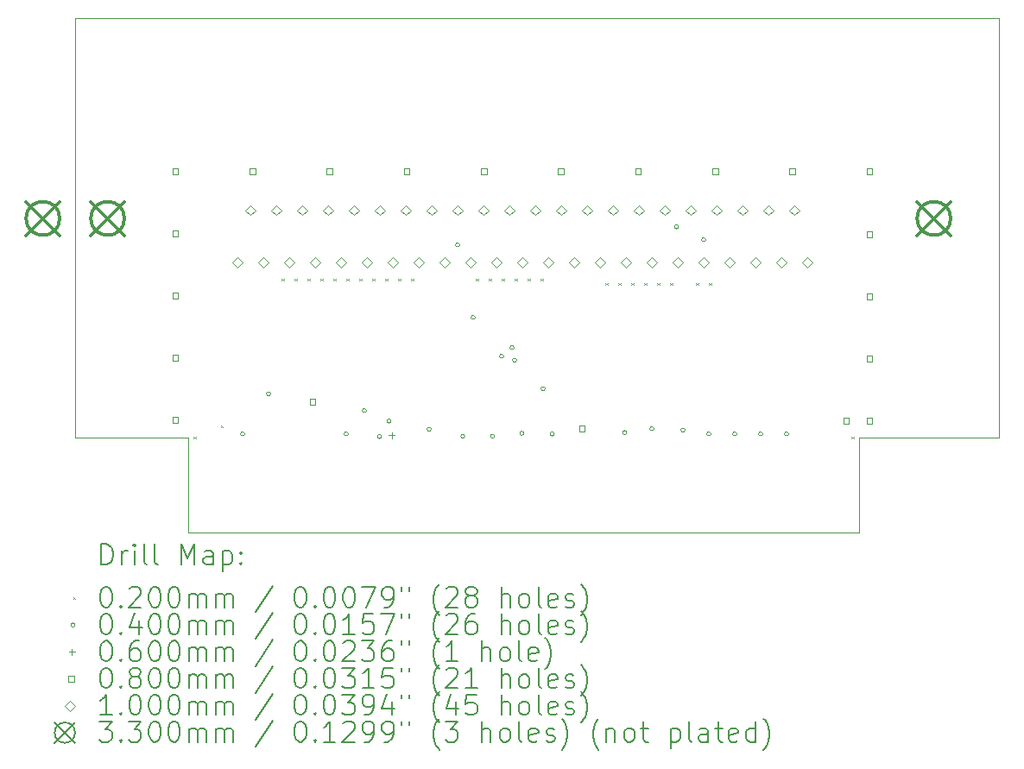
<source format=gbr>
%FSLAX45Y45*%
G04 Gerber Fmt 4.5, Leading zero omitted, Abs format (unit mm)*
G04 Created by KiCad (PCBNEW (6.0.6)) date 2022-12-16 03:55:17*
%MOMM*%
%LPD*%
G01*
G04 APERTURE LIST*
%TA.AperFunction,Profile*%
%ADD10C,0.100000*%
%TD*%
%ADD11C,0.200000*%
%ADD12C,0.020000*%
%ADD13C,0.040000*%
%ADD14C,0.060000*%
%ADD15C,0.080000*%
%ADD16C,0.100000*%
%ADD17C,0.330000*%
G04 APERTURE END LIST*
D10*
X3073400Y-10782300D02*
X3073400Y-11709400D01*
X1968500Y-10782300D02*
X3073400Y-10782300D01*
X1968500Y-6667500D02*
X1968500Y-10782300D01*
X11023600Y-6667500D02*
X1968500Y-6667500D01*
X11023600Y-10782300D02*
X11023600Y-6667500D01*
X9652000Y-10782300D02*
X11023600Y-10782300D01*
X9652000Y-11709400D02*
X9652000Y-10782300D01*
X3073400Y-11709400D02*
X9652000Y-11709400D01*
D11*
D12*
X3126900Y-10772300D02*
X3146900Y-10792300D01*
X3146900Y-10772300D02*
X3126900Y-10792300D01*
X3393600Y-10658000D02*
X3413600Y-10678000D01*
X3413600Y-10658000D02*
X3393600Y-10678000D01*
X3990500Y-9222900D02*
X4010500Y-9242900D01*
X4010500Y-9222900D02*
X3990500Y-9242900D01*
X4117500Y-9222900D02*
X4137500Y-9242900D01*
X4137500Y-9222900D02*
X4117500Y-9242900D01*
X4244500Y-9222900D02*
X4264500Y-9242900D01*
X4264500Y-9222900D02*
X4244500Y-9242900D01*
X4371500Y-9222900D02*
X4391500Y-9242900D01*
X4391500Y-9222900D02*
X4371500Y-9242900D01*
X4498500Y-9222900D02*
X4518500Y-9242900D01*
X4518500Y-9222900D02*
X4498500Y-9242900D01*
X4625500Y-9222900D02*
X4645500Y-9242900D01*
X4645500Y-9222900D02*
X4625500Y-9242900D01*
X4752500Y-9222900D02*
X4772500Y-9242900D01*
X4772500Y-9222900D02*
X4752500Y-9242900D01*
X4879500Y-9222900D02*
X4899500Y-9242900D01*
X4899500Y-9222900D02*
X4879500Y-9242900D01*
X5006500Y-9222900D02*
X5026500Y-9242900D01*
X5026500Y-9222900D02*
X5006500Y-9242900D01*
X5133500Y-9222900D02*
X5153500Y-9242900D01*
X5153500Y-9222900D02*
X5133500Y-9242900D01*
X5260500Y-9222900D02*
X5280500Y-9242900D01*
X5280500Y-9222900D02*
X5260500Y-9242900D01*
X5895500Y-9222900D02*
X5915500Y-9242900D01*
X5915500Y-9222900D02*
X5895500Y-9242900D01*
X6022500Y-9222900D02*
X6042500Y-9242900D01*
X6042500Y-9222900D02*
X6022500Y-9242900D01*
X6149500Y-9222900D02*
X6169500Y-9242900D01*
X6169500Y-9222900D02*
X6149500Y-9242900D01*
X6276500Y-9222900D02*
X6296500Y-9242900D01*
X6296500Y-9222900D02*
X6276500Y-9242900D01*
X6403500Y-9222900D02*
X6423500Y-9242900D01*
X6423500Y-9222900D02*
X6403500Y-9242900D01*
X6530500Y-9222900D02*
X6550500Y-9242900D01*
X6550500Y-9222900D02*
X6530500Y-9242900D01*
X7165500Y-9261000D02*
X7185500Y-9281000D01*
X7185500Y-9261000D02*
X7165500Y-9281000D01*
X7292500Y-9261000D02*
X7312500Y-9281000D01*
X7312500Y-9261000D02*
X7292500Y-9281000D01*
X7419500Y-9261000D02*
X7439500Y-9281000D01*
X7439500Y-9261000D02*
X7419500Y-9281000D01*
X7546500Y-9261000D02*
X7566500Y-9281000D01*
X7566500Y-9261000D02*
X7546500Y-9281000D01*
X7673500Y-9261000D02*
X7693500Y-9281000D01*
X7693500Y-9261000D02*
X7673500Y-9281000D01*
X7800500Y-9261000D02*
X7820500Y-9281000D01*
X7820500Y-9261000D02*
X7800500Y-9281000D01*
X8054500Y-9261000D02*
X8074500Y-9281000D01*
X8074500Y-9261000D02*
X8054500Y-9281000D01*
X8181500Y-9261000D02*
X8201500Y-9281000D01*
X8201500Y-9261000D02*
X8181500Y-9281000D01*
X9578500Y-10772300D02*
X9598500Y-10792300D01*
X9598500Y-10772300D02*
X9578500Y-10792300D01*
D13*
X3626800Y-10744200D02*
G75*
G03*
X3626800Y-10744200I-20000J0D01*
G01*
X3880800Y-10350500D02*
G75*
G03*
X3880800Y-10350500I-20000J0D01*
G01*
X4642800Y-10744200D02*
G75*
G03*
X4642800Y-10744200I-20000J0D01*
G01*
X4820600Y-10515600D02*
G75*
G03*
X4820600Y-10515600I-20000J0D01*
G01*
X4969250Y-10769600D02*
G75*
G03*
X4969250Y-10769600I-20000J0D01*
G01*
X5061900Y-10617200D02*
G75*
G03*
X5061900Y-10617200I-20000J0D01*
G01*
X5455600Y-10697150D02*
G75*
G03*
X5455600Y-10697150I-20000J0D01*
G01*
X5735000Y-8890000D02*
G75*
G03*
X5735000Y-8890000I-20000J0D01*
G01*
X5785800Y-10766850D02*
G75*
G03*
X5785800Y-10766850I-20000J0D01*
G01*
X5887400Y-9601200D02*
G75*
G03*
X5887400Y-9601200I-20000J0D01*
G01*
X6077900Y-10766850D02*
G75*
G03*
X6077900Y-10766850I-20000J0D01*
G01*
X6166800Y-9982200D02*
G75*
G03*
X6166800Y-9982200I-20000J0D01*
G01*
X6268400Y-9896655D02*
G75*
G03*
X6268400Y-9896655I-20000J0D01*
G01*
X6293800Y-10020300D02*
G75*
G03*
X6293800Y-10020300I-20000J0D01*
G01*
X6364545Y-10736955D02*
G75*
G03*
X6364545Y-10736955I-20000J0D01*
G01*
X6573200Y-10299700D02*
G75*
G03*
X6573200Y-10299700I-20000J0D01*
G01*
X6662100Y-10744200D02*
G75*
G03*
X6662100Y-10744200I-20000J0D01*
G01*
X7373300Y-10731500D02*
G75*
G03*
X7373300Y-10731500I-20000J0D01*
G01*
X7640000Y-10693400D02*
G75*
G03*
X7640000Y-10693400I-20000J0D01*
G01*
X7881300Y-8712200D02*
G75*
G03*
X7881300Y-8712200I-20000J0D01*
G01*
X7944800Y-10706100D02*
G75*
G03*
X7944800Y-10706100I-20000J0D01*
G01*
X8148000Y-8839200D02*
G75*
G03*
X8148000Y-8839200I-20000J0D01*
G01*
X8198800Y-10744200D02*
G75*
G03*
X8198800Y-10744200I-20000J0D01*
G01*
X8452800Y-10744200D02*
G75*
G03*
X8452800Y-10744200I-20000J0D01*
G01*
X8706800Y-10744200D02*
G75*
G03*
X8706800Y-10744200I-20000J0D01*
G01*
X8960800Y-10744200D02*
G75*
G03*
X8960800Y-10744200I-20000J0D01*
G01*
D14*
X5070346Y-10726850D02*
X5070346Y-10786850D01*
X5040346Y-10756850D02*
X5100346Y-10756850D01*
D15*
X2974684Y-8194384D02*
X2974684Y-8137815D01*
X2918115Y-8137815D01*
X2918115Y-8194384D01*
X2974684Y-8194384D01*
X2974684Y-8803985D02*
X2974684Y-8747416D01*
X2918115Y-8747416D01*
X2918115Y-8803985D01*
X2974684Y-8803985D01*
X2974684Y-9413585D02*
X2974684Y-9357016D01*
X2918115Y-9357016D01*
X2918115Y-9413585D01*
X2974684Y-9413585D01*
X2974684Y-10023185D02*
X2974684Y-9966616D01*
X2918115Y-9966616D01*
X2918115Y-10023185D01*
X2974684Y-10023185D01*
X2974684Y-10632785D02*
X2974684Y-10576216D01*
X2918115Y-10576216D01*
X2918115Y-10632785D01*
X2974684Y-10632785D01*
X3731040Y-8194384D02*
X3731040Y-8137815D01*
X3674471Y-8137815D01*
X3674471Y-8194384D01*
X3731040Y-8194384D01*
X4320885Y-10454985D02*
X4320885Y-10398416D01*
X4264316Y-10398416D01*
X4264316Y-10454985D01*
X4320885Y-10454985D01*
X4487396Y-8194384D02*
X4487396Y-8137815D01*
X4430827Y-8137815D01*
X4430827Y-8194384D01*
X4487396Y-8194384D01*
X5243751Y-8194384D02*
X5243751Y-8137815D01*
X5187182Y-8137815D01*
X5187182Y-8194384D01*
X5243751Y-8194384D01*
X6000106Y-8194384D02*
X6000106Y-8137815D01*
X5943537Y-8137815D01*
X5943537Y-8194384D01*
X6000106Y-8194384D01*
X6756462Y-8194384D02*
X6756462Y-8137815D01*
X6699893Y-8137815D01*
X6699893Y-8194384D01*
X6756462Y-8194384D01*
X6962484Y-10721685D02*
X6962484Y-10665116D01*
X6905915Y-10665116D01*
X6905915Y-10721685D01*
X6962484Y-10721685D01*
X7512817Y-8194384D02*
X7512817Y-8137815D01*
X7456248Y-8137815D01*
X7456248Y-8194384D01*
X7512817Y-8194384D01*
X8269173Y-8194384D02*
X8269173Y-8137815D01*
X8212604Y-8137815D01*
X8212604Y-8194384D01*
X8269173Y-8194384D01*
X9025529Y-8194384D02*
X9025529Y-8137815D01*
X8968960Y-8137815D01*
X8968960Y-8194384D01*
X9025529Y-8194384D01*
X9553285Y-10645485D02*
X9553285Y-10588916D01*
X9496716Y-10588916D01*
X9496716Y-10645485D01*
X9553285Y-10645485D01*
X9781885Y-8194384D02*
X9781885Y-8137815D01*
X9725316Y-8137815D01*
X9725316Y-8194384D01*
X9781885Y-8194384D01*
X9781885Y-8816685D02*
X9781885Y-8760116D01*
X9725316Y-8760116D01*
X9725316Y-8816685D01*
X9781885Y-8816685D01*
X9781885Y-9426285D02*
X9781885Y-9369716D01*
X9725316Y-9369716D01*
X9725316Y-9426285D01*
X9781885Y-9426285D01*
X9781885Y-10035885D02*
X9781885Y-9979316D01*
X9725316Y-9979316D01*
X9725316Y-10035885D01*
X9781885Y-10035885D01*
X9781885Y-10645485D02*
X9781885Y-10588916D01*
X9725316Y-10588916D01*
X9725316Y-10645485D01*
X9781885Y-10645485D01*
D16*
X3553300Y-9111100D02*
X3603300Y-9061100D01*
X3553300Y-9011100D01*
X3503300Y-9061100D01*
X3553300Y-9111100D01*
X3680300Y-8599100D02*
X3730300Y-8549100D01*
X3680300Y-8499100D01*
X3630300Y-8549100D01*
X3680300Y-8599100D01*
X3807300Y-9111100D02*
X3857300Y-9061100D01*
X3807300Y-9011100D01*
X3757300Y-9061100D01*
X3807300Y-9111100D01*
X3934300Y-8599100D02*
X3984300Y-8549100D01*
X3934300Y-8499100D01*
X3884300Y-8549100D01*
X3934300Y-8599100D01*
X4061300Y-9111100D02*
X4111300Y-9061100D01*
X4061300Y-9011100D01*
X4011300Y-9061100D01*
X4061300Y-9111100D01*
X4188300Y-8599100D02*
X4238300Y-8549100D01*
X4188300Y-8499100D01*
X4138300Y-8549100D01*
X4188300Y-8599100D01*
X4315300Y-9111100D02*
X4365300Y-9061100D01*
X4315300Y-9011100D01*
X4265300Y-9061100D01*
X4315300Y-9111100D01*
X4442300Y-8599100D02*
X4492300Y-8549100D01*
X4442300Y-8499100D01*
X4392300Y-8549100D01*
X4442300Y-8599100D01*
X4569300Y-9111100D02*
X4619300Y-9061100D01*
X4569300Y-9011100D01*
X4519300Y-9061100D01*
X4569300Y-9111100D01*
X4696300Y-8599100D02*
X4746300Y-8549100D01*
X4696300Y-8499100D01*
X4646300Y-8549100D01*
X4696300Y-8599100D01*
X4823300Y-9111100D02*
X4873300Y-9061100D01*
X4823300Y-9011100D01*
X4773300Y-9061100D01*
X4823300Y-9111100D01*
X4950300Y-8599100D02*
X5000300Y-8549100D01*
X4950300Y-8499100D01*
X4900300Y-8549100D01*
X4950300Y-8599100D01*
X5077300Y-9111100D02*
X5127300Y-9061100D01*
X5077300Y-9011100D01*
X5027300Y-9061100D01*
X5077300Y-9111100D01*
X5204300Y-8599100D02*
X5254300Y-8549100D01*
X5204300Y-8499100D01*
X5154300Y-8549100D01*
X5204300Y-8599100D01*
X5331300Y-9111100D02*
X5381300Y-9061100D01*
X5331300Y-9011100D01*
X5281300Y-9061100D01*
X5331300Y-9111100D01*
X5458300Y-8599100D02*
X5508300Y-8549100D01*
X5458300Y-8499100D01*
X5408300Y-8549100D01*
X5458300Y-8599100D01*
X5585300Y-9111100D02*
X5635300Y-9061100D01*
X5585300Y-9011100D01*
X5535300Y-9061100D01*
X5585300Y-9111100D01*
X5712300Y-8599100D02*
X5762300Y-8549100D01*
X5712300Y-8499100D01*
X5662300Y-8549100D01*
X5712300Y-8599100D01*
X5839300Y-9111100D02*
X5889300Y-9061100D01*
X5839300Y-9011100D01*
X5789300Y-9061100D01*
X5839300Y-9111100D01*
X5966300Y-8599100D02*
X6016300Y-8549100D01*
X5966300Y-8499100D01*
X5916300Y-8549100D01*
X5966300Y-8599100D01*
X6093300Y-9111100D02*
X6143300Y-9061100D01*
X6093300Y-9011100D01*
X6043300Y-9061100D01*
X6093300Y-9111100D01*
X6220300Y-8599100D02*
X6270300Y-8549100D01*
X6220300Y-8499100D01*
X6170300Y-8549100D01*
X6220300Y-8599100D01*
X6347300Y-9111100D02*
X6397300Y-9061100D01*
X6347300Y-9011100D01*
X6297300Y-9061100D01*
X6347300Y-9111100D01*
X6474300Y-8599100D02*
X6524300Y-8549100D01*
X6474300Y-8499100D01*
X6424300Y-8549100D01*
X6474300Y-8599100D01*
X6601300Y-9111100D02*
X6651300Y-9061100D01*
X6601300Y-9011100D01*
X6551300Y-9061100D01*
X6601300Y-9111100D01*
X6728300Y-8599100D02*
X6778300Y-8549100D01*
X6728300Y-8499100D01*
X6678300Y-8549100D01*
X6728300Y-8599100D01*
X6855300Y-9111100D02*
X6905300Y-9061100D01*
X6855300Y-9011100D01*
X6805300Y-9061100D01*
X6855300Y-9111100D01*
X6982300Y-8599100D02*
X7032300Y-8549100D01*
X6982300Y-8499100D01*
X6932300Y-8549100D01*
X6982300Y-8599100D01*
X7109300Y-9111100D02*
X7159300Y-9061100D01*
X7109300Y-9011100D01*
X7059300Y-9061100D01*
X7109300Y-9111100D01*
X7236300Y-8599100D02*
X7286300Y-8549100D01*
X7236300Y-8499100D01*
X7186300Y-8549100D01*
X7236300Y-8599100D01*
X7363300Y-9111100D02*
X7413300Y-9061100D01*
X7363300Y-9011100D01*
X7313300Y-9061100D01*
X7363300Y-9111100D01*
X7490300Y-8599100D02*
X7540300Y-8549100D01*
X7490300Y-8499100D01*
X7440300Y-8549100D01*
X7490300Y-8599100D01*
X7617300Y-9111100D02*
X7667300Y-9061100D01*
X7617300Y-9011100D01*
X7567300Y-9061100D01*
X7617300Y-9111100D01*
X7744300Y-8599100D02*
X7794300Y-8549100D01*
X7744300Y-8499100D01*
X7694300Y-8549100D01*
X7744300Y-8599100D01*
X7871300Y-9111100D02*
X7921300Y-9061100D01*
X7871300Y-9011100D01*
X7821300Y-9061100D01*
X7871300Y-9111100D01*
X7998300Y-8599100D02*
X8048300Y-8549100D01*
X7998300Y-8499100D01*
X7948300Y-8549100D01*
X7998300Y-8599100D01*
X8125300Y-9111100D02*
X8175300Y-9061100D01*
X8125300Y-9011100D01*
X8075300Y-9061100D01*
X8125300Y-9111100D01*
X8252300Y-8599100D02*
X8302300Y-8549100D01*
X8252300Y-8499100D01*
X8202300Y-8549100D01*
X8252300Y-8599100D01*
X8379300Y-9111100D02*
X8429300Y-9061100D01*
X8379300Y-9011100D01*
X8329300Y-9061100D01*
X8379300Y-9111100D01*
X8506300Y-8599100D02*
X8556300Y-8549100D01*
X8506300Y-8499100D01*
X8456300Y-8549100D01*
X8506300Y-8599100D01*
X8633300Y-9111100D02*
X8683300Y-9061100D01*
X8633300Y-9011100D01*
X8583300Y-9061100D01*
X8633300Y-9111100D01*
X8760300Y-8599100D02*
X8810300Y-8549100D01*
X8760300Y-8499100D01*
X8710300Y-8549100D01*
X8760300Y-8599100D01*
X8887300Y-9111100D02*
X8937300Y-9061100D01*
X8887300Y-9011100D01*
X8837300Y-9061100D01*
X8887300Y-9111100D01*
X9014300Y-8599100D02*
X9064300Y-8549100D01*
X9014300Y-8499100D01*
X8964300Y-8549100D01*
X9014300Y-8599100D01*
X9141300Y-9111100D02*
X9191300Y-9061100D01*
X9141300Y-9011100D01*
X9091300Y-9061100D01*
X9141300Y-9111100D01*
D17*
X1483300Y-8464300D02*
X1813300Y-8794300D01*
X1813300Y-8464300D02*
X1483300Y-8794300D01*
X1813300Y-8629300D02*
G75*
G03*
X1813300Y-8629300I-165000J0D01*
G01*
X2118300Y-8464300D02*
X2448300Y-8794300D01*
X2448300Y-8464300D02*
X2118300Y-8794300D01*
X2448300Y-8629300D02*
G75*
G03*
X2448300Y-8629300I-165000J0D01*
G01*
X10220900Y-8464300D02*
X10550900Y-8794300D01*
X10550900Y-8464300D02*
X10220900Y-8794300D01*
X10550900Y-8629300D02*
G75*
G03*
X10550900Y-8629300I-165000J0D01*
G01*
D11*
X2221119Y-12024876D02*
X2221119Y-11824876D01*
X2268738Y-11824876D01*
X2297310Y-11834400D01*
X2316357Y-11853448D01*
X2325881Y-11872495D01*
X2335405Y-11910590D01*
X2335405Y-11939162D01*
X2325881Y-11977257D01*
X2316357Y-11996305D01*
X2297310Y-12015352D01*
X2268738Y-12024876D01*
X2221119Y-12024876D01*
X2421119Y-12024876D02*
X2421119Y-11891543D01*
X2421119Y-11929638D02*
X2430643Y-11910590D01*
X2440167Y-11901067D01*
X2459214Y-11891543D01*
X2478262Y-11891543D01*
X2544929Y-12024876D02*
X2544929Y-11891543D01*
X2544929Y-11824876D02*
X2535405Y-11834400D01*
X2544929Y-11843924D01*
X2554452Y-11834400D01*
X2544929Y-11824876D01*
X2544929Y-11843924D01*
X2668738Y-12024876D02*
X2649690Y-12015352D01*
X2640167Y-11996305D01*
X2640167Y-11824876D01*
X2773500Y-12024876D02*
X2754452Y-12015352D01*
X2744929Y-11996305D01*
X2744929Y-11824876D01*
X3002071Y-12024876D02*
X3002071Y-11824876D01*
X3068738Y-11967733D01*
X3135405Y-11824876D01*
X3135405Y-12024876D01*
X3316357Y-12024876D02*
X3316357Y-11920114D01*
X3306833Y-11901067D01*
X3287786Y-11891543D01*
X3249690Y-11891543D01*
X3230643Y-11901067D01*
X3316357Y-12015352D02*
X3297309Y-12024876D01*
X3249690Y-12024876D01*
X3230643Y-12015352D01*
X3221119Y-11996305D01*
X3221119Y-11977257D01*
X3230643Y-11958209D01*
X3249690Y-11948686D01*
X3297309Y-11948686D01*
X3316357Y-11939162D01*
X3411595Y-11891543D02*
X3411595Y-12091543D01*
X3411595Y-11901067D02*
X3430643Y-11891543D01*
X3468738Y-11891543D01*
X3487786Y-11901067D01*
X3497309Y-11910590D01*
X3506833Y-11929638D01*
X3506833Y-11986781D01*
X3497309Y-12005828D01*
X3487786Y-12015352D01*
X3468738Y-12024876D01*
X3430643Y-12024876D01*
X3411595Y-12015352D01*
X3592548Y-12005828D02*
X3602071Y-12015352D01*
X3592548Y-12024876D01*
X3583024Y-12015352D01*
X3592548Y-12005828D01*
X3592548Y-12024876D01*
X3592548Y-11901067D02*
X3602071Y-11910590D01*
X3592548Y-11920114D01*
X3583024Y-11910590D01*
X3592548Y-11901067D01*
X3592548Y-11920114D01*
D12*
X1943500Y-12344400D02*
X1963500Y-12364400D01*
X1963500Y-12344400D02*
X1943500Y-12364400D01*
D11*
X2259214Y-12244876D02*
X2278262Y-12244876D01*
X2297310Y-12254400D01*
X2306833Y-12263924D01*
X2316357Y-12282971D01*
X2325881Y-12321067D01*
X2325881Y-12368686D01*
X2316357Y-12406781D01*
X2306833Y-12425828D01*
X2297310Y-12435352D01*
X2278262Y-12444876D01*
X2259214Y-12444876D01*
X2240167Y-12435352D01*
X2230643Y-12425828D01*
X2221119Y-12406781D01*
X2211595Y-12368686D01*
X2211595Y-12321067D01*
X2221119Y-12282971D01*
X2230643Y-12263924D01*
X2240167Y-12254400D01*
X2259214Y-12244876D01*
X2411595Y-12425828D02*
X2421119Y-12435352D01*
X2411595Y-12444876D01*
X2402071Y-12435352D01*
X2411595Y-12425828D01*
X2411595Y-12444876D01*
X2497310Y-12263924D02*
X2506833Y-12254400D01*
X2525881Y-12244876D01*
X2573500Y-12244876D01*
X2592548Y-12254400D01*
X2602071Y-12263924D01*
X2611595Y-12282971D01*
X2611595Y-12302019D01*
X2602071Y-12330590D01*
X2487786Y-12444876D01*
X2611595Y-12444876D01*
X2735405Y-12244876D02*
X2754452Y-12244876D01*
X2773500Y-12254400D01*
X2783024Y-12263924D01*
X2792548Y-12282971D01*
X2802071Y-12321067D01*
X2802071Y-12368686D01*
X2792548Y-12406781D01*
X2783024Y-12425828D01*
X2773500Y-12435352D01*
X2754452Y-12444876D01*
X2735405Y-12444876D01*
X2716357Y-12435352D01*
X2706833Y-12425828D01*
X2697310Y-12406781D01*
X2687786Y-12368686D01*
X2687786Y-12321067D01*
X2697310Y-12282971D01*
X2706833Y-12263924D01*
X2716357Y-12254400D01*
X2735405Y-12244876D01*
X2925881Y-12244876D02*
X2944928Y-12244876D01*
X2963976Y-12254400D01*
X2973500Y-12263924D01*
X2983024Y-12282971D01*
X2992548Y-12321067D01*
X2992548Y-12368686D01*
X2983024Y-12406781D01*
X2973500Y-12425828D01*
X2963976Y-12435352D01*
X2944928Y-12444876D01*
X2925881Y-12444876D01*
X2906833Y-12435352D01*
X2897309Y-12425828D01*
X2887786Y-12406781D01*
X2878262Y-12368686D01*
X2878262Y-12321067D01*
X2887786Y-12282971D01*
X2897309Y-12263924D01*
X2906833Y-12254400D01*
X2925881Y-12244876D01*
X3078262Y-12444876D02*
X3078262Y-12311543D01*
X3078262Y-12330590D02*
X3087786Y-12321067D01*
X3106833Y-12311543D01*
X3135405Y-12311543D01*
X3154452Y-12321067D01*
X3163976Y-12340114D01*
X3163976Y-12444876D01*
X3163976Y-12340114D02*
X3173500Y-12321067D01*
X3192548Y-12311543D01*
X3221119Y-12311543D01*
X3240167Y-12321067D01*
X3249690Y-12340114D01*
X3249690Y-12444876D01*
X3344928Y-12444876D02*
X3344928Y-12311543D01*
X3344928Y-12330590D02*
X3354452Y-12321067D01*
X3373500Y-12311543D01*
X3402071Y-12311543D01*
X3421119Y-12321067D01*
X3430643Y-12340114D01*
X3430643Y-12444876D01*
X3430643Y-12340114D02*
X3440167Y-12321067D01*
X3459214Y-12311543D01*
X3487786Y-12311543D01*
X3506833Y-12321067D01*
X3516357Y-12340114D01*
X3516357Y-12444876D01*
X3906833Y-12235352D02*
X3735405Y-12492495D01*
X4163976Y-12244876D02*
X4183024Y-12244876D01*
X4202071Y-12254400D01*
X4211595Y-12263924D01*
X4221119Y-12282971D01*
X4230643Y-12321067D01*
X4230643Y-12368686D01*
X4221119Y-12406781D01*
X4211595Y-12425828D01*
X4202071Y-12435352D01*
X4183024Y-12444876D01*
X4163976Y-12444876D01*
X4144928Y-12435352D01*
X4135405Y-12425828D01*
X4125881Y-12406781D01*
X4116357Y-12368686D01*
X4116357Y-12321067D01*
X4125881Y-12282971D01*
X4135405Y-12263924D01*
X4144928Y-12254400D01*
X4163976Y-12244876D01*
X4316357Y-12425828D02*
X4325881Y-12435352D01*
X4316357Y-12444876D01*
X4306833Y-12435352D01*
X4316357Y-12425828D01*
X4316357Y-12444876D01*
X4449690Y-12244876D02*
X4468738Y-12244876D01*
X4487786Y-12254400D01*
X4497310Y-12263924D01*
X4506833Y-12282971D01*
X4516357Y-12321067D01*
X4516357Y-12368686D01*
X4506833Y-12406781D01*
X4497310Y-12425828D01*
X4487786Y-12435352D01*
X4468738Y-12444876D01*
X4449690Y-12444876D01*
X4430643Y-12435352D01*
X4421119Y-12425828D01*
X4411595Y-12406781D01*
X4402071Y-12368686D01*
X4402071Y-12321067D01*
X4411595Y-12282971D01*
X4421119Y-12263924D01*
X4430643Y-12254400D01*
X4449690Y-12244876D01*
X4640167Y-12244876D02*
X4659214Y-12244876D01*
X4678262Y-12254400D01*
X4687786Y-12263924D01*
X4697310Y-12282971D01*
X4706833Y-12321067D01*
X4706833Y-12368686D01*
X4697310Y-12406781D01*
X4687786Y-12425828D01*
X4678262Y-12435352D01*
X4659214Y-12444876D01*
X4640167Y-12444876D01*
X4621119Y-12435352D01*
X4611595Y-12425828D01*
X4602071Y-12406781D01*
X4592548Y-12368686D01*
X4592548Y-12321067D01*
X4602071Y-12282971D01*
X4611595Y-12263924D01*
X4621119Y-12254400D01*
X4640167Y-12244876D01*
X4773500Y-12244876D02*
X4906833Y-12244876D01*
X4821119Y-12444876D01*
X4992548Y-12444876D02*
X5030643Y-12444876D01*
X5049690Y-12435352D01*
X5059214Y-12425828D01*
X5078262Y-12397257D01*
X5087786Y-12359162D01*
X5087786Y-12282971D01*
X5078262Y-12263924D01*
X5068738Y-12254400D01*
X5049690Y-12244876D01*
X5011595Y-12244876D01*
X4992548Y-12254400D01*
X4983024Y-12263924D01*
X4973500Y-12282971D01*
X4973500Y-12330590D01*
X4983024Y-12349638D01*
X4992548Y-12359162D01*
X5011595Y-12368686D01*
X5049690Y-12368686D01*
X5068738Y-12359162D01*
X5078262Y-12349638D01*
X5087786Y-12330590D01*
X5163976Y-12244876D02*
X5163976Y-12282971D01*
X5240167Y-12244876D02*
X5240167Y-12282971D01*
X5535405Y-12521067D02*
X5525881Y-12511543D01*
X5506833Y-12482971D01*
X5497310Y-12463924D01*
X5487786Y-12435352D01*
X5478262Y-12387733D01*
X5478262Y-12349638D01*
X5487786Y-12302019D01*
X5497310Y-12273448D01*
X5506833Y-12254400D01*
X5525881Y-12225828D01*
X5535405Y-12216305D01*
X5602071Y-12263924D02*
X5611595Y-12254400D01*
X5630643Y-12244876D01*
X5678262Y-12244876D01*
X5697309Y-12254400D01*
X5706833Y-12263924D01*
X5716357Y-12282971D01*
X5716357Y-12302019D01*
X5706833Y-12330590D01*
X5592548Y-12444876D01*
X5716357Y-12444876D01*
X5830643Y-12330590D02*
X5811595Y-12321067D01*
X5802071Y-12311543D01*
X5792548Y-12292495D01*
X5792548Y-12282971D01*
X5802071Y-12263924D01*
X5811595Y-12254400D01*
X5830643Y-12244876D01*
X5868738Y-12244876D01*
X5887786Y-12254400D01*
X5897309Y-12263924D01*
X5906833Y-12282971D01*
X5906833Y-12292495D01*
X5897309Y-12311543D01*
X5887786Y-12321067D01*
X5868738Y-12330590D01*
X5830643Y-12330590D01*
X5811595Y-12340114D01*
X5802071Y-12349638D01*
X5792548Y-12368686D01*
X5792548Y-12406781D01*
X5802071Y-12425828D01*
X5811595Y-12435352D01*
X5830643Y-12444876D01*
X5868738Y-12444876D01*
X5887786Y-12435352D01*
X5897309Y-12425828D01*
X5906833Y-12406781D01*
X5906833Y-12368686D01*
X5897309Y-12349638D01*
X5887786Y-12340114D01*
X5868738Y-12330590D01*
X6144928Y-12444876D02*
X6144928Y-12244876D01*
X6230643Y-12444876D02*
X6230643Y-12340114D01*
X6221119Y-12321067D01*
X6202071Y-12311543D01*
X6173500Y-12311543D01*
X6154452Y-12321067D01*
X6144928Y-12330590D01*
X6354452Y-12444876D02*
X6335405Y-12435352D01*
X6325881Y-12425828D01*
X6316357Y-12406781D01*
X6316357Y-12349638D01*
X6325881Y-12330590D01*
X6335405Y-12321067D01*
X6354452Y-12311543D01*
X6383024Y-12311543D01*
X6402071Y-12321067D01*
X6411595Y-12330590D01*
X6421119Y-12349638D01*
X6421119Y-12406781D01*
X6411595Y-12425828D01*
X6402071Y-12435352D01*
X6383024Y-12444876D01*
X6354452Y-12444876D01*
X6535405Y-12444876D02*
X6516357Y-12435352D01*
X6506833Y-12416305D01*
X6506833Y-12244876D01*
X6687786Y-12435352D02*
X6668738Y-12444876D01*
X6630643Y-12444876D01*
X6611595Y-12435352D01*
X6602071Y-12416305D01*
X6602071Y-12340114D01*
X6611595Y-12321067D01*
X6630643Y-12311543D01*
X6668738Y-12311543D01*
X6687786Y-12321067D01*
X6697309Y-12340114D01*
X6697309Y-12359162D01*
X6602071Y-12378209D01*
X6773500Y-12435352D02*
X6792548Y-12444876D01*
X6830643Y-12444876D01*
X6849690Y-12435352D01*
X6859214Y-12416305D01*
X6859214Y-12406781D01*
X6849690Y-12387733D01*
X6830643Y-12378209D01*
X6802071Y-12378209D01*
X6783024Y-12368686D01*
X6773500Y-12349638D01*
X6773500Y-12340114D01*
X6783024Y-12321067D01*
X6802071Y-12311543D01*
X6830643Y-12311543D01*
X6849690Y-12321067D01*
X6925881Y-12521067D02*
X6935405Y-12511543D01*
X6954452Y-12482971D01*
X6963976Y-12463924D01*
X6973500Y-12435352D01*
X6983024Y-12387733D01*
X6983024Y-12349638D01*
X6973500Y-12302019D01*
X6963976Y-12273448D01*
X6954452Y-12254400D01*
X6935405Y-12225828D01*
X6925881Y-12216305D01*
D13*
X1963500Y-12618400D02*
G75*
G03*
X1963500Y-12618400I-20000J0D01*
G01*
D11*
X2259214Y-12508876D02*
X2278262Y-12508876D01*
X2297310Y-12518400D01*
X2306833Y-12527924D01*
X2316357Y-12546971D01*
X2325881Y-12585067D01*
X2325881Y-12632686D01*
X2316357Y-12670781D01*
X2306833Y-12689828D01*
X2297310Y-12699352D01*
X2278262Y-12708876D01*
X2259214Y-12708876D01*
X2240167Y-12699352D01*
X2230643Y-12689828D01*
X2221119Y-12670781D01*
X2211595Y-12632686D01*
X2211595Y-12585067D01*
X2221119Y-12546971D01*
X2230643Y-12527924D01*
X2240167Y-12518400D01*
X2259214Y-12508876D01*
X2411595Y-12689828D02*
X2421119Y-12699352D01*
X2411595Y-12708876D01*
X2402071Y-12699352D01*
X2411595Y-12689828D01*
X2411595Y-12708876D01*
X2592548Y-12575543D02*
X2592548Y-12708876D01*
X2544929Y-12499352D02*
X2497310Y-12642209D01*
X2621119Y-12642209D01*
X2735405Y-12508876D02*
X2754452Y-12508876D01*
X2773500Y-12518400D01*
X2783024Y-12527924D01*
X2792548Y-12546971D01*
X2802071Y-12585067D01*
X2802071Y-12632686D01*
X2792548Y-12670781D01*
X2783024Y-12689828D01*
X2773500Y-12699352D01*
X2754452Y-12708876D01*
X2735405Y-12708876D01*
X2716357Y-12699352D01*
X2706833Y-12689828D01*
X2697310Y-12670781D01*
X2687786Y-12632686D01*
X2687786Y-12585067D01*
X2697310Y-12546971D01*
X2706833Y-12527924D01*
X2716357Y-12518400D01*
X2735405Y-12508876D01*
X2925881Y-12508876D02*
X2944928Y-12508876D01*
X2963976Y-12518400D01*
X2973500Y-12527924D01*
X2983024Y-12546971D01*
X2992548Y-12585067D01*
X2992548Y-12632686D01*
X2983024Y-12670781D01*
X2973500Y-12689828D01*
X2963976Y-12699352D01*
X2944928Y-12708876D01*
X2925881Y-12708876D01*
X2906833Y-12699352D01*
X2897309Y-12689828D01*
X2887786Y-12670781D01*
X2878262Y-12632686D01*
X2878262Y-12585067D01*
X2887786Y-12546971D01*
X2897309Y-12527924D01*
X2906833Y-12518400D01*
X2925881Y-12508876D01*
X3078262Y-12708876D02*
X3078262Y-12575543D01*
X3078262Y-12594590D02*
X3087786Y-12585067D01*
X3106833Y-12575543D01*
X3135405Y-12575543D01*
X3154452Y-12585067D01*
X3163976Y-12604114D01*
X3163976Y-12708876D01*
X3163976Y-12604114D02*
X3173500Y-12585067D01*
X3192548Y-12575543D01*
X3221119Y-12575543D01*
X3240167Y-12585067D01*
X3249690Y-12604114D01*
X3249690Y-12708876D01*
X3344928Y-12708876D02*
X3344928Y-12575543D01*
X3344928Y-12594590D02*
X3354452Y-12585067D01*
X3373500Y-12575543D01*
X3402071Y-12575543D01*
X3421119Y-12585067D01*
X3430643Y-12604114D01*
X3430643Y-12708876D01*
X3430643Y-12604114D02*
X3440167Y-12585067D01*
X3459214Y-12575543D01*
X3487786Y-12575543D01*
X3506833Y-12585067D01*
X3516357Y-12604114D01*
X3516357Y-12708876D01*
X3906833Y-12499352D02*
X3735405Y-12756495D01*
X4163976Y-12508876D02*
X4183024Y-12508876D01*
X4202071Y-12518400D01*
X4211595Y-12527924D01*
X4221119Y-12546971D01*
X4230643Y-12585067D01*
X4230643Y-12632686D01*
X4221119Y-12670781D01*
X4211595Y-12689828D01*
X4202071Y-12699352D01*
X4183024Y-12708876D01*
X4163976Y-12708876D01*
X4144928Y-12699352D01*
X4135405Y-12689828D01*
X4125881Y-12670781D01*
X4116357Y-12632686D01*
X4116357Y-12585067D01*
X4125881Y-12546971D01*
X4135405Y-12527924D01*
X4144928Y-12518400D01*
X4163976Y-12508876D01*
X4316357Y-12689828D02*
X4325881Y-12699352D01*
X4316357Y-12708876D01*
X4306833Y-12699352D01*
X4316357Y-12689828D01*
X4316357Y-12708876D01*
X4449690Y-12508876D02*
X4468738Y-12508876D01*
X4487786Y-12518400D01*
X4497310Y-12527924D01*
X4506833Y-12546971D01*
X4516357Y-12585067D01*
X4516357Y-12632686D01*
X4506833Y-12670781D01*
X4497310Y-12689828D01*
X4487786Y-12699352D01*
X4468738Y-12708876D01*
X4449690Y-12708876D01*
X4430643Y-12699352D01*
X4421119Y-12689828D01*
X4411595Y-12670781D01*
X4402071Y-12632686D01*
X4402071Y-12585067D01*
X4411595Y-12546971D01*
X4421119Y-12527924D01*
X4430643Y-12518400D01*
X4449690Y-12508876D01*
X4706833Y-12708876D02*
X4592548Y-12708876D01*
X4649690Y-12708876D02*
X4649690Y-12508876D01*
X4630643Y-12537448D01*
X4611595Y-12556495D01*
X4592548Y-12566019D01*
X4887786Y-12508876D02*
X4792548Y-12508876D01*
X4783024Y-12604114D01*
X4792548Y-12594590D01*
X4811595Y-12585067D01*
X4859214Y-12585067D01*
X4878262Y-12594590D01*
X4887786Y-12604114D01*
X4897310Y-12623162D01*
X4897310Y-12670781D01*
X4887786Y-12689828D01*
X4878262Y-12699352D01*
X4859214Y-12708876D01*
X4811595Y-12708876D01*
X4792548Y-12699352D01*
X4783024Y-12689828D01*
X4963976Y-12508876D02*
X5097310Y-12508876D01*
X5011595Y-12708876D01*
X5163976Y-12508876D02*
X5163976Y-12546971D01*
X5240167Y-12508876D02*
X5240167Y-12546971D01*
X5535405Y-12785067D02*
X5525881Y-12775543D01*
X5506833Y-12746971D01*
X5497310Y-12727924D01*
X5487786Y-12699352D01*
X5478262Y-12651733D01*
X5478262Y-12613638D01*
X5487786Y-12566019D01*
X5497310Y-12537448D01*
X5506833Y-12518400D01*
X5525881Y-12489828D01*
X5535405Y-12480305D01*
X5602071Y-12527924D02*
X5611595Y-12518400D01*
X5630643Y-12508876D01*
X5678262Y-12508876D01*
X5697309Y-12518400D01*
X5706833Y-12527924D01*
X5716357Y-12546971D01*
X5716357Y-12566019D01*
X5706833Y-12594590D01*
X5592548Y-12708876D01*
X5716357Y-12708876D01*
X5887786Y-12508876D02*
X5849690Y-12508876D01*
X5830643Y-12518400D01*
X5821119Y-12527924D01*
X5802071Y-12556495D01*
X5792548Y-12594590D01*
X5792548Y-12670781D01*
X5802071Y-12689828D01*
X5811595Y-12699352D01*
X5830643Y-12708876D01*
X5868738Y-12708876D01*
X5887786Y-12699352D01*
X5897309Y-12689828D01*
X5906833Y-12670781D01*
X5906833Y-12623162D01*
X5897309Y-12604114D01*
X5887786Y-12594590D01*
X5868738Y-12585067D01*
X5830643Y-12585067D01*
X5811595Y-12594590D01*
X5802071Y-12604114D01*
X5792548Y-12623162D01*
X6144928Y-12708876D02*
X6144928Y-12508876D01*
X6230643Y-12708876D02*
X6230643Y-12604114D01*
X6221119Y-12585067D01*
X6202071Y-12575543D01*
X6173500Y-12575543D01*
X6154452Y-12585067D01*
X6144928Y-12594590D01*
X6354452Y-12708876D02*
X6335405Y-12699352D01*
X6325881Y-12689828D01*
X6316357Y-12670781D01*
X6316357Y-12613638D01*
X6325881Y-12594590D01*
X6335405Y-12585067D01*
X6354452Y-12575543D01*
X6383024Y-12575543D01*
X6402071Y-12585067D01*
X6411595Y-12594590D01*
X6421119Y-12613638D01*
X6421119Y-12670781D01*
X6411595Y-12689828D01*
X6402071Y-12699352D01*
X6383024Y-12708876D01*
X6354452Y-12708876D01*
X6535405Y-12708876D02*
X6516357Y-12699352D01*
X6506833Y-12680305D01*
X6506833Y-12508876D01*
X6687786Y-12699352D02*
X6668738Y-12708876D01*
X6630643Y-12708876D01*
X6611595Y-12699352D01*
X6602071Y-12680305D01*
X6602071Y-12604114D01*
X6611595Y-12585067D01*
X6630643Y-12575543D01*
X6668738Y-12575543D01*
X6687786Y-12585067D01*
X6697309Y-12604114D01*
X6697309Y-12623162D01*
X6602071Y-12642209D01*
X6773500Y-12699352D02*
X6792548Y-12708876D01*
X6830643Y-12708876D01*
X6849690Y-12699352D01*
X6859214Y-12680305D01*
X6859214Y-12670781D01*
X6849690Y-12651733D01*
X6830643Y-12642209D01*
X6802071Y-12642209D01*
X6783024Y-12632686D01*
X6773500Y-12613638D01*
X6773500Y-12604114D01*
X6783024Y-12585067D01*
X6802071Y-12575543D01*
X6830643Y-12575543D01*
X6849690Y-12585067D01*
X6925881Y-12785067D02*
X6935405Y-12775543D01*
X6954452Y-12746971D01*
X6963976Y-12727924D01*
X6973500Y-12699352D01*
X6983024Y-12651733D01*
X6983024Y-12613638D01*
X6973500Y-12566019D01*
X6963976Y-12537448D01*
X6954452Y-12518400D01*
X6935405Y-12489828D01*
X6925881Y-12480305D01*
D14*
X1933500Y-12852400D02*
X1933500Y-12912400D01*
X1903500Y-12882400D02*
X1963500Y-12882400D01*
D11*
X2259214Y-12772876D02*
X2278262Y-12772876D01*
X2297310Y-12782400D01*
X2306833Y-12791924D01*
X2316357Y-12810971D01*
X2325881Y-12849067D01*
X2325881Y-12896686D01*
X2316357Y-12934781D01*
X2306833Y-12953828D01*
X2297310Y-12963352D01*
X2278262Y-12972876D01*
X2259214Y-12972876D01*
X2240167Y-12963352D01*
X2230643Y-12953828D01*
X2221119Y-12934781D01*
X2211595Y-12896686D01*
X2211595Y-12849067D01*
X2221119Y-12810971D01*
X2230643Y-12791924D01*
X2240167Y-12782400D01*
X2259214Y-12772876D01*
X2411595Y-12953828D02*
X2421119Y-12963352D01*
X2411595Y-12972876D01*
X2402071Y-12963352D01*
X2411595Y-12953828D01*
X2411595Y-12972876D01*
X2592548Y-12772876D02*
X2554452Y-12772876D01*
X2535405Y-12782400D01*
X2525881Y-12791924D01*
X2506833Y-12820495D01*
X2497310Y-12858590D01*
X2497310Y-12934781D01*
X2506833Y-12953828D01*
X2516357Y-12963352D01*
X2535405Y-12972876D01*
X2573500Y-12972876D01*
X2592548Y-12963352D01*
X2602071Y-12953828D01*
X2611595Y-12934781D01*
X2611595Y-12887162D01*
X2602071Y-12868114D01*
X2592548Y-12858590D01*
X2573500Y-12849067D01*
X2535405Y-12849067D01*
X2516357Y-12858590D01*
X2506833Y-12868114D01*
X2497310Y-12887162D01*
X2735405Y-12772876D02*
X2754452Y-12772876D01*
X2773500Y-12782400D01*
X2783024Y-12791924D01*
X2792548Y-12810971D01*
X2802071Y-12849067D01*
X2802071Y-12896686D01*
X2792548Y-12934781D01*
X2783024Y-12953828D01*
X2773500Y-12963352D01*
X2754452Y-12972876D01*
X2735405Y-12972876D01*
X2716357Y-12963352D01*
X2706833Y-12953828D01*
X2697310Y-12934781D01*
X2687786Y-12896686D01*
X2687786Y-12849067D01*
X2697310Y-12810971D01*
X2706833Y-12791924D01*
X2716357Y-12782400D01*
X2735405Y-12772876D01*
X2925881Y-12772876D02*
X2944928Y-12772876D01*
X2963976Y-12782400D01*
X2973500Y-12791924D01*
X2983024Y-12810971D01*
X2992548Y-12849067D01*
X2992548Y-12896686D01*
X2983024Y-12934781D01*
X2973500Y-12953828D01*
X2963976Y-12963352D01*
X2944928Y-12972876D01*
X2925881Y-12972876D01*
X2906833Y-12963352D01*
X2897309Y-12953828D01*
X2887786Y-12934781D01*
X2878262Y-12896686D01*
X2878262Y-12849067D01*
X2887786Y-12810971D01*
X2897309Y-12791924D01*
X2906833Y-12782400D01*
X2925881Y-12772876D01*
X3078262Y-12972876D02*
X3078262Y-12839543D01*
X3078262Y-12858590D02*
X3087786Y-12849067D01*
X3106833Y-12839543D01*
X3135405Y-12839543D01*
X3154452Y-12849067D01*
X3163976Y-12868114D01*
X3163976Y-12972876D01*
X3163976Y-12868114D02*
X3173500Y-12849067D01*
X3192548Y-12839543D01*
X3221119Y-12839543D01*
X3240167Y-12849067D01*
X3249690Y-12868114D01*
X3249690Y-12972876D01*
X3344928Y-12972876D02*
X3344928Y-12839543D01*
X3344928Y-12858590D02*
X3354452Y-12849067D01*
X3373500Y-12839543D01*
X3402071Y-12839543D01*
X3421119Y-12849067D01*
X3430643Y-12868114D01*
X3430643Y-12972876D01*
X3430643Y-12868114D02*
X3440167Y-12849067D01*
X3459214Y-12839543D01*
X3487786Y-12839543D01*
X3506833Y-12849067D01*
X3516357Y-12868114D01*
X3516357Y-12972876D01*
X3906833Y-12763352D02*
X3735405Y-13020495D01*
X4163976Y-12772876D02*
X4183024Y-12772876D01*
X4202071Y-12782400D01*
X4211595Y-12791924D01*
X4221119Y-12810971D01*
X4230643Y-12849067D01*
X4230643Y-12896686D01*
X4221119Y-12934781D01*
X4211595Y-12953828D01*
X4202071Y-12963352D01*
X4183024Y-12972876D01*
X4163976Y-12972876D01*
X4144928Y-12963352D01*
X4135405Y-12953828D01*
X4125881Y-12934781D01*
X4116357Y-12896686D01*
X4116357Y-12849067D01*
X4125881Y-12810971D01*
X4135405Y-12791924D01*
X4144928Y-12782400D01*
X4163976Y-12772876D01*
X4316357Y-12953828D02*
X4325881Y-12963352D01*
X4316357Y-12972876D01*
X4306833Y-12963352D01*
X4316357Y-12953828D01*
X4316357Y-12972876D01*
X4449690Y-12772876D02*
X4468738Y-12772876D01*
X4487786Y-12782400D01*
X4497310Y-12791924D01*
X4506833Y-12810971D01*
X4516357Y-12849067D01*
X4516357Y-12896686D01*
X4506833Y-12934781D01*
X4497310Y-12953828D01*
X4487786Y-12963352D01*
X4468738Y-12972876D01*
X4449690Y-12972876D01*
X4430643Y-12963352D01*
X4421119Y-12953828D01*
X4411595Y-12934781D01*
X4402071Y-12896686D01*
X4402071Y-12849067D01*
X4411595Y-12810971D01*
X4421119Y-12791924D01*
X4430643Y-12782400D01*
X4449690Y-12772876D01*
X4592548Y-12791924D02*
X4602071Y-12782400D01*
X4621119Y-12772876D01*
X4668738Y-12772876D01*
X4687786Y-12782400D01*
X4697310Y-12791924D01*
X4706833Y-12810971D01*
X4706833Y-12830019D01*
X4697310Y-12858590D01*
X4583024Y-12972876D01*
X4706833Y-12972876D01*
X4773500Y-12772876D02*
X4897310Y-12772876D01*
X4830643Y-12849067D01*
X4859214Y-12849067D01*
X4878262Y-12858590D01*
X4887786Y-12868114D01*
X4897310Y-12887162D01*
X4897310Y-12934781D01*
X4887786Y-12953828D01*
X4878262Y-12963352D01*
X4859214Y-12972876D01*
X4802071Y-12972876D01*
X4783024Y-12963352D01*
X4773500Y-12953828D01*
X5068738Y-12772876D02*
X5030643Y-12772876D01*
X5011595Y-12782400D01*
X5002071Y-12791924D01*
X4983024Y-12820495D01*
X4973500Y-12858590D01*
X4973500Y-12934781D01*
X4983024Y-12953828D01*
X4992548Y-12963352D01*
X5011595Y-12972876D01*
X5049690Y-12972876D01*
X5068738Y-12963352D01*
X5078262Y-12953828D01*
X5087786Y-12934781D01*
X5087786Y-12887162D01*
X5078262Y-12868114D01*
X5068738Y-12858590D01*
X5049690Y-12849067D01*
X5011595Y-12849067D01*
X4992548Y-12858590D01*
X4983024Y-12868114D01*
X4973500Y-12887162D01*
X5163976Y-12772876D02*
X5163976Y-12810971D01*
X5240167Y-12772876D02*
X5240167Y-12810971D01*
X5535405Y-13049067D02*
X5525881Y-13039543D01*
X5506833Y-13010971D01*
X5497310Y-12991924D01*
X5487786Y-12963352D01*
X5478262Y-12915733D01*
X5478262Y-12877638D01*
X5487786Y-12830019D01*
X5497310Y-12801448D01*
X5506833Y-12782400D01*
X5525881Y-12753828D01*
X5535405Y-12744305D01*
X5716357Y-12972876D02*
X5602071Y-12972876D01*
X5659214Y-12972876D02*
X5659214Y-12772876D01*
X5640167Y-12801448D01*
X5621119Y-12820495D01*
X5602071Y-12830019D01*
X5954452Y-12972876D02*
X5954452Y-12772876D01*
X6040167Y-12972876D02*
X6040167Y-12868114D01*
X6030643Y-12849067D01*
X6011595Y-12839543D01*
X5983024Y-12839543D01*
X5963976Y-12849067D01*
X5954452Y-12858590D01*
X6163976Y-12972876D02*
X6144928Y-12963352D01*
X6135405Y-12953828D01*
X6125881Y-12934781D01*
X6125881Y-12877638D01*
X6135405Y-12858590D01*
X6144928Y-12849067D01*
X6163976Y-12839543D01*
X6192548Y-12839543D01*
X6211595Y-12849067D01*
X6221119Y-12858590D01*
X6230643Y-12877638D01*
X6230643Y-12934781D01*
X6221119Y-12953828D01*
X6211595Y-12963352D01*
X6192548Y-12972876D01*
X6163976Y-12972876D01*
X6344928Y-12972876D02*
X6325881Y-12963352D01*
X6316357Y-12944305D01*
X6316357Y-12772876D01*
X6497309Y-12963352D02*
X6478262Y-12972876D01*
X6440167Y-12972876D01*
X6421119Y-12963352D01*
X6411595Y-12944305D01*
X6411595Y-12868114D01*
X6421119Y-12849067D01*
X6440167Y-12839543D01*
X6478262Y-12839543D01*
X6497309Y-12849067D01*
X6506833Y-12868114D01*
X6506833Y-12887162D01*
X6411595Y-12906209D01*
X6573500Y-13049067D02*
X6583024Y-13039543D01*
X6602071Y-13010971D01*
X6611595Y-12991924D01*
X6621119Y-12963352D01*
X6630643Y-12915733D01*
X6630643Y-12877638D01*
X6621119Y-12830019D01*
X6611595Y-12801448D01*
X6602071Y-12782400D01*
X6583024Y-12753828D01*
X6573500Y-12744305D01*
D15*
X1951784Y-13174684D02*
X1951784Y-13118115D01*
X1895215Y-13118115D01*
X1895215Y-13174684D01*
X1951784Y-13174684D01*
D11*
X2259214Y-13036876D02*
X2278262Y-13036876D01*
X2297310Y-13046400D01*
X2306833Y-13055924D01*
X2316357Y-13074971D01*
X2325881Y-13113067D01*
X2325881Y-13160686D01*
X2316357Y-13198781D01*
X2306833Y-13217828D01*
X2297310Y-13227352D01*
X2278262Y-13236876D01*
X2259214Y-13236876D01*
X2240167Y-13227352D01*
X2230643Y-13217828D01*
X2221119Y-13198781D01*
X2211595Y-13160686D01*
X2211595Y-13113067D01*
X2221119Y-13074971D01*
X2230643Y-13055924D01*
X2240167Y-13046400D01*
X2259214Y-13036876D01*
X2411595Y-13217828D02*
X2421119Y-13227352D01*
X2411595Y-13236876D01*
X2402071Y-13227352D01*
X2411595Y-13217828D01*
X2411595Y-13236876D01*
X2535405Y-13122590D02*
X2516357Y-13113067D01*
X2506833Y-13103543D01*
X2497310Y-13084495D01*
X2497310Y-13074971D01*
X2506833Y-13055924D01*
X2516357Y-13046400D01*
X2535405Y-13036876D01*
X2573500Y-13036876D01*
X2592548Y-13046400D01*
X2602071Y-13055924D01*
X2611595Y-13074971D01*
X2611595Y-13084495D01*
X2602071Y-13103543D01*
X2592548Y-13113067D01*
X2573500Y-13122590D01*
X2535405Y-13122590D01*
X2516357Y-13132114D01*
X2506833Y-13141638D01*
X2497310Y-13160686D01*
X2497310Y-13198781D01*
X2506833Y-13217828D01*
X2516357Y-13227352D01*
X2535405Y-13236876D01*
X2573500Y-13236876D01*
X2592548Y-13227352D01*
X2602071Y-13217828D01*
X2611595Y-13198781D01*
X2611595Y-13160686D01*
X2602071Y-13141638D01*
X2592548Y-13132114D01*
X2573500Y-13122590D01*
X2735405Y-13036876D02*
X2754452Y-13036876D01*
X2773500Y-13046400D01*
X2783024Y-13055924D01*
X2792548Y-13074971D01*
X2802071Y-13113067D01*
X2802071Y-13160686D01*
X2792548Y-13198781D01*
X2783024Y-13217828D01*
X2773500Y-13227352D01*
X2754452Y-13236876D01*
X2735405Y-13236876D01*
X2716357Y-13227352D01*
X2706833Y-13217828D01*
X2697310Y-13198781D01*
X2687786Y-13160686D01*
X2687786Y-13113067D01*
X2697310Y-13074971D01*
X2706833Y-13055924D01*
X2716357Y-13046400D01*
X2735405Y-13036876D01*
X2925881Y-13036876D02*
X2944928Y-13036876D01*
X2963976Y-13046400D01*
X2973500Y-13055924D01*
X2983024Y-13074971D01*
X2992548Y-13113067D01*
X2992548Y-13160686D01*
X2983024Y-13198781D01*
X2973500Y-13217828D01*
X2963976Y-13227352D01*
X2944928Y-13236876D01*
X2925881Y-13236876D01*
X2906833Y-13227352D01*
X2897309Y-13217828D01*
X2887786Y-13198781D01*
X2878262Y-13160686D01*
X2878262Y-13113067D01*
X2887786Y-13074971D01*
X2897309Y-13055924D01*
X2906833Y-13046400D01*
X2925881Y-13036876D01*
X3078262Y-13236876D02*
X3078262Y-13103543D01*
X3078262Y-13122590D02*
X3087786Y-13113067D01*
X3106833Y-13103543D01*
X3135405Y-13103543D01*
X3154452Y-13113067D01*
X3163976Y-13132114D01*
X3163976Y-13236876D01*
X3163976Y-13132114D02*
X3173500Y-13113067D01*
X3192548Y-13103543D01*
X3221119Y-13103543D01*
X3240167Y-13113067D01*
X3249690Y-13132114D01*
X3249690Y-13236876D01*
X3344928Y-13236876D02*
X3344928Y-13103543D01*
X3344928Y-13122590D02*
X3354452Y-13113067D01*
X3373500Y-13103543D01*
X3402071Y-13103543D01*
X3421119Y-13113067D01*
X3430643Y-13132114D01*
X3430643Y-13236876D01*
X3430643Y-13132114D02*
X3440167Y-13113067D01*
X3459214Y-13103543D01*
X3487786Y-13103543D01*
X3506833Y-13113067D01*
X3516357Y-13132114D01*
X3516357Y-13236876D01*
X3906833Y-13027352D02*
X3735405Y-13284495D01*
X4163976Y-13036876D02*
X4183024Y-13036876D01*
X4202071Y-13046400D01*
X4211595Y-13055924D01*
X4221119Y-13074971D01*
X4230643Y-13113067D01*
X4230643Y-13160686D01*
X4221119Y-13198781D01*
X4211595Y-13217828D01*
X4202071Y-13227352D01*
X4183024Y-13236876D01*
X4163976Y-13236876D01*
X4144928Y-13227352D01*
X4135405Y-13217828D01*
X4125881Y-13198781D01*
X4116357Y-13160686D01*
X4116357Y-13113067D01*
X4125881Y-13074971D01*
X4135405Y-13055924D01*
X4144928Y-13046400D01*
X4163976Y-13036876D01*
X4316357Y-13217828D02*
X4325881Y-13227352D01*
X4316357Y-13236876D01*
X4306833Y-13227352D01*
X4316357Y-13217828D01*
X4316357Y-13236876D01*
X4449690Y-13036876D02*
X4468738Y-13036876D01*
X4487786Y-13046400D01*
X4497310Y-13055924D01*
X4506833Y-13074971D01*
X4516357Y-13113067D01*
X4516357Y-13160686D01*
X4506833Y-13198781D01*
X4497310Y-13217828D01*
X4487786Y-13227352D01*
X4468738Y-13236876D01*
X4449690Y-13236876D01*
X4430643Y-13227352D01*
X4421119Y-13217828D01*
X4411595Y-13198781D01*
X4402071Y-13160686D01*
X4402071Y-13113067D01*
X4411595Y-13074971D01*
X4421119Y-13055924D01*
X4430643Y-13046400D01*
X4449690Y-13036876D01*
X4583024Y-13036876D02*
X4706833Y-13036876D01*
X4640167Y-13113067D01*
X4668738Y-13113067D01*
X4687786Y-13122590D01*
X4697310Y-13132114D01*
X4706833Y-13151162D01*
X4706833Y-13198781D01*
X4697310Y-13217828D01*
X4687786Y-13227352D01*
X4668738Y-13236876D01*
X4611595Y-13236876D01*
X4592548Y-13227352D01*
X4583024Y-13217828D01*
X4897310Y-13236876D02*
X4783024Y-13236876D01*
X4840167Y-13236876D02*
X4840167Y-13036876D01*
X4821119Y-13065448D01*
X4802071Y-13084495D01*
X4783024Y-13094019D01*
X5078262Y-13036876D02*
X4983024Y-13036876D01*
X4973500Y-13132114D01*
X4983024Y-13122590D01*
X5002071Y-13113067D01*
X5049690Y-13113067D01*
X5068738Y-13122590D01*
X5078262Y-13132114D01*
X5087786Y-13151162D01*
X5087786Y-13198781D01*
X5078262Y-13217828D01*
X5068738Y-13227352D01*
X5049690Y-13236876D01*
X5002071Y-13236876D01*
X4983024Y-13227352D01*
X4973500Y-13217828D01*
X5163976Y-13036876D02*
X5163976Y-13074971D01*
X5240167Y-13036876D02*
X5240167Y-13074971D01*
X5535405Y-13313067D02*
X5525881Y-13303543D01*
X5506833Y-13274971D01*
X5497310Y-13255924D01*
X5487786Y-13227352D01*
X5478262Y-13179733D01*
X5478262Y-13141638D01*
X5487786Y-13094019D01*
X5497310Y-13065448D01*
X5506833Y-13046400D01*
X5525881Y-13017828D01*
X5535405Y-13008305D01*
X5602071Y-13055924D02*
X5611595Y-13046400D01*
X5630643Y-13036876D01*
X5678262Y-13036876D01*
X5697309Y-13046400D01*
X5706833Y-13055924D01*
X5716357Y-13074971D01*
X5716357Y-13094019D01*
X5706833Y-13122590D01*
X5592548Y-13236876D01*
X5716357Y-13236876D01*
X5906833Y-13236876D02*
X5792548Y-13236876D01*
X5849690Y-13236876D02*
X5849690Y-13036876D01*
X5830643Y-13065448D01*
X5811595Y-13084495D01*
X5792548Y-13094019D01*
X6144928Y-13236876D02*
X6144928Y-13036876D01*
X6230643Y-13236876D02*
X6230643Y-13132114D01*
X6221119Y-13113067D01*
X6202071Y-13103543D01*
X6173500Y-13103543D01*
X6154452Y-13113067D01*
X6144928Y-13122590D01*
X6354452Y-13236876D02*
X6335405Y-13227352D01*
X6325881Y-13217828D01*
X6316357Y-13198781D01*
X6316357Y-13141638D01*
X6325881Y-13122590D01*
X6335405Y-13113067D01*
X6354452Y-13103543D01*
X6383024Y-13103543D01*
X6402071Y-13113067D01*
X6411595Y-13122590D01*
X6421119Y-13141638D01*
X6421119Y-13198781D01*
X6411595Y-13217828D01*
X6402071Y-13227352D01*
X6383024Y-13236876D01*
X6354452Y-13236876D01*
X6535405Y-13236876D02*
X6516357Y-13227352D01*
X6506833Y-13208305D01*
X6506833Y-13036876D01*
X6687786Y-13227352D02*
X6668738Y-13236876D01*
X6630643Y-13236876D01*
X6611595Y-13227352D01*
X6602071Y-13208305D01*
X6602071Y-13132114D01*
X6611595Y-13113067D01*
X6630643Y-13103543D01*
X6668738Y-13103543D01*
X6687786Y-13113067D01*
X6697309Y-13132114D01*
X6697309Y-13151162D01*
X6602071Y-13170209D01*
X6773500Y-13227352D02*
X6792548Y-13236876D01*
X6830643Y-13236876D01*
X6849690Y-13227352D01*
X6859214Y-13208305D01*
X6859214Y-13198781D01*
X6849690Y-13179733D01*
X6830643Y-13170209D01*
X6802071Y-13170209D01*
X6783024Y-13160686D01*
X6773500Y-13141638D01*
X6773500Y-13132114D01*
X6783024Y-13113067D01*
X6802071Y-13103543D01*
X6830643Y-13103543D01*
X6849690Y-13113067D01*
X6925881Y-13313067D02*
X6935405Y-13303543D01*
X6954452Y-13274971D01*
X6963976Y-13255924D01*
X6973500Y-13227352D01*
X6983024Y-13179733D01*
X6983024Y-13141638D01*
X6973500Y-13094019D01*
X6963976Y-13065448D01*
X6954452Y-13046400D01*
X6935405Y-13017828D01*
X6925881Y-13008305D01*
D16*
X1913500Y-13460400D02*
X1963500Y-13410400D01*
X1913500Y-13360400D01*
X1863500Y-13410400D01*
X1913500Y-13460400D01*
D11*
X2325881Y-13500876D02*
X2211595Y-13500876D01*
X2268738Y-13500876D02*
X2268738Y-13300876D01*
X2249690Y-13329448D01*
X2230643Y-13348495D01*
X2211595Y-13358019D01*
X2411595Y-13481828D02*
X2421119Y-13491352D01*
X2411595Y-13500876D01*
X2402071Y-13491352D01*
X2411595Y-13481828D01*
X2411595Y-13500876D01*
X2544929Y-13300876D02*
X2563976Y-13300876D01*
X2583024Y-13310400D01*
X2592548Y-13319924D01*
X2602071Y-13338971D01*
X2611595Y-13377067D01*
X2611595Y-13424686D01*
X2602071Y-13462781D01*
X2592548Y-13481828D01*
X2583024Y-13491352D01*
X2563976Y-13500876D01*
X2544929Y-13500876D01*
X2525881Y-13491352D01*
X2516357Y-13481828D01*
X2506833Y-13462781D01*
X2497310Y-13424686D01*
X2497310Y-13377067D01*
X2506833Y-13338971D01*
X2516357Y-13319924D01*
X2525881Y-13310400D01*
X2544929Y-13300876D01*
X2735405Y-13300876D02*
X2754452Y-13300876D01*
X2773500Y-13310400D01*
X2783024Y-13319924D01*
X2792548Y-13338971D01*
X2802071Y-13377067D01*
X2802071Y-13424686D01*
X2792548Y-13462781D01*
X2783024Y-13481828D01*
X2773500Y-13491352D01*
X2754452Y-13500876D01*
X2735405Y-13500876D01*
X2716357Y-13491352D01*
X2706833Y-13481828D01*
X2697310Y-13462781D01*
X2687786Y-13424686D01*
X2687786Y-13377067D01*
X2697310Y-13338971D01*
X2706833Y-13319924D01*
X2716357Y-13310400D01*
X2735405Y-13300876D01*
X2925881Y-13300876D02*
X2944928Y-13300876D01*
X2963976Y-13310400D01*
X2973500Y-13319924D01*
X2983024Y-13338971D01*
X2992548Y-13377067D01*
X2992548Y-13424686D01*
X2983024Y-13462781D01*
X2973500Y-13481828D01*
X2963976Y-13491352D01*
X2944928Y-13500876D01*
X2925881Y-13500876D01*
X2906833Y-13491352D01*
X2897309Y-13481828D01*
X2887786Y-13462781D01*
X2878262Y-13424686D01*
X2878262Y-13377067D01*
X2887786Y-13338971D01*
X2897309Y-13319924D01*
X2906833Y-13310400D01*
X2925881Y-13300876D01*
X3078262Y-13500876D02*
X3078262Y-13367543D01*
X3078262Y-13386590D02*
X3087786Y-13377067D01*
X3106833Y-13367543D01*
X3135405Y-13367543D01*
X3154452Y-13377067D01*
X3163976Y-13396114D01*
X3163976Y-13500876D01*
X3163976Y-13396114D02*
X3173500Y-13377067D01*
X3192548Y-13367543D01*
X3221119Y-13367543D01*
X3240167Y-13377067D01*
X3249690Y-13396114D01*
X3249690Y-13500876D01*
X3344928Y-13500876D02*
X3344928Y-13367543D01*
X3344928Y-13386590D02*
X3354452Y-13377067D01*
X3373500Y-13367543D01*
X3402071Y-13367543D01*
X3421119Y-13377067D01*
X3430643Y-13396114D01*
X3430643Y-13500876D01*
X3430643Y-13396114D02*
X3440167Y-13377067D01*
X3459214Y-13367543D01*
X3487786Y-13367543D01*
X3506833Y-13377067D01*
X3516357Y-13396114D01*
X3516357Y-13500876D01*
X3906833Y-13291352D02*
X3735405Y-13548495D01*
X4163976Y-13300876D02*
X4183024Y-13300876D01*
X4202071Y-13310400D01*
X4211595Y-13319924D01*
X4221119Y-13338971D01*
X4230643Y-13377067D01*
X4230643Y-13424686D01*
X4221119Y-13462781D01*
X4211595Y-13481828D01*
X4202071Y-13491352D01*
X4183024Y-13500876D01*
X4163976Y-13500876D01*
X4144928Y-13491352D01*
X4135405Y-13481828D01*
X4125881Y-13462781D01*
X4116357Y-13424686D01*
X4116357Y-13377067D01*
X4125881Y-13338971D01*
X4135405Y-13319924D01*
X4144928Y-13310400D01*
X4163976Y-13300876D01*
X4316357Y-13481828D02*
X4325881Y-13491352D01*
X4316357Y-13500876D01*
X4306833Y-13491352D01*
X4316357Y-13481828D01*
X4316357Y-13500876D01*
X4449690Y-13300876D02*
X4468738Y-13300876D01*
X4487786Y-13310400D01*
X4497310Y-13319924D01*
X4506833Y-13338971D01*
X4516357Y-13377067D01*
X4516357Y-13424686D01*
X4506833Y-13462781D01*
X4497310Y-13481828D01*
X4487786Y-13491352D01*
X4468738Y-13500876D01*
X4449690Y-13500876D01*
X4430643Y-13491352D01*
X4421119Y-13481828D01*
X4411595Y-13462781D01*
X4402071Y-13424686D01*
X4402071Y-13377067D01*
X4411595Y-13338971D01*
X4421119Y-13319924D01*
X4430643Y-13310400D01*
X4449690Y-13300876D01*
X4583024Y-13300876D02*
X4706833Y-13300876D01*
X4640167Y-13377067D01*
X4668738Y-13377067D01*
X4687786Y-13386590D01*
X4697310Y-13396114D01*
X4706833Y-13415162D01*
X4706833Y-13462781D01*
X4697310Y-13481828D01*
X4687786Y-13491352D01*
X4668738Y-13500876D01*
X4611595Y-13500876D01*
X4592548Y-13491352D01*
X4583024Y-13481828D01*
X4802071Y-13500876D02*
X4840167Y-13500876D01*
X4859214Y-13491352D01*
X4868738Y-13481828D01*
X4887786Y-13453257D01*
X4897310Y-13415162D01*
X4897310Y-13338971D01*
X4887786Y-13319924D01*
X4878262Y-13310400D01*
X4859214Y-13300876D01*
X4821119Y-13300876D01*
X4802071Y-13310400D01*
X4792548Y-13319924D01*
X4783024Y-13338971D01*
X4783024Y-13386590D01*
X4792548Y-13405638D01*
X4802071Y-13415162D01*
X4821119Y-13424686D01*
X4859214Y-13424686D01*
X4878262Y-13415162D01*
X4887786Y-13405638D01*
X4897310Y-13386590D01*
X5068738Y-13367543D02*
X5068738Y-13500876D01*
X5021119Y-13291352D02*
X4973500Y-13434209D01*
X5097310Y-13434209D01*
X5163976Y-13300876D02*
X5163976Y-13338971D01*
X5240167Y-13300876D02*
X5240167Y-13338971D01*
X5535405Y-13577067D02*
X5525881Y-13567543D01*
X5506833Y-13538971D01*
X5497310Y-13519924D01*
X5487786Y-13491352D01*
X5478262Y-13443733D01*
X5478262Y-13405638D01*
X5487786Y-13358019D01*
X5497310Y-13329448D01*
X5506833Y-13310400D01*
X5525881Y-13281828D01*
X5535405Y-13272305D01*
X5697309Y-13367543D02*
X5697309Y-13500876D01*
X5649690Y-13291352D02*
X5602071Y-13434209D01*
X5725881Y-13434209D01*
X5897309Y-13300876D02*
X5802071Y-13300876D01*
X5792548Y-13396114D01*
X5802071Y-13386590D01*
X5821119Y-13377067D01*
X5868738Y-13377067D01*
X5887786Y-13386590D01*
X5897309Y-13396114D01*
X5906833Y-13415162D01*
X5906833Y-13462781D01*
X5897309Y-13481828D01*
X5887786Y-13491352D01*
X5868738Y-13500876D01*
X5821119Y-13500876D01*
X5802071Y-13491352D01*
X5792548Y-13481828D01*
X6144928Y-13500876D02*
X6144928Y-13300876D01*
X6230643Y-13500876D02*
X6230643Y-13396114D01*
X6221119Y-13377067D01*
X6202071Y-13367543D01*
X6173500Y-13367543D01*
X6154452Y-13377067D01*
X6144928Y-13386590D01*
X6354452Y-13500876D02*
X6335405Y-13491352D01*
X6325881Y-13481828D01*
X6316357Y-13462781D01*
X6316357Y-13405638D01*
X6325881Y-13386590D01*
X6335405Y-13377067D01*
X6354452Y-13367543D01*
X6383024Y-13367543D01*
X6402071Y-13377067D01*
X6411595Y-13386590D01*
X6421119Y-13405638D01*
X6421119Y-13462781D01*
X6411595Y-13481828D01*
X6402071Y-13491352D01*
X6383024Y-13500876D01*
X6354452Y-13500876D01*
X6535405Y-13500876D02*
X6516357Y-13491352D01*
X6506833Y-13472305D01*
X6506833Y-13300876D01*
X6687786Y-13491352D02*
X6668738Y-13500876D01*
X6630643Y-13500876D01*
X6611595Y-13491352D01*
X6602071Y-13472305D01*
X6602071Y-13396114D01*
X6611595Y-13377067D01*
X6630643Y-13367543D01*
X6668738Y-13367543D01*
X6687786Y-13377067D01*
X6697309Y-13396114D01*
X6697309Y-13415162D01*
X6602071Y-13434209D01*
X6773500Y-13491352D02*
X6792548Y-13500876D01*
X6830643Y-13500876D01*
X6849690Y-13491352D01*
X6859214Y-13472305D01*
X6859214Y-13462781D01*
X6849690Y-13443733D01*
X6830643Y-13434209D01*
X6802071Y-13434209D01*
X6783024Y-13424686D01*
X6773500Y-13405638D01*
X6773500Y-13396114D01*
X6783024Y-13377067D01*
X6802071Y-13367543D01*
X6830643Y-13367543D01*
X6849690Y-13377067D01*
X6925881Y-13577067D02*
X6935405Y-13567543D01*
X6954452Y-13538971D01*
X6963976Y-13519924D01*
X6973500Y-13491352D01*
X6983024Y-13443733D01*
X6983024Y-13405638D01*
X6973500Y-13358019D01*
X6963976Y-13329448D01*
X6954452Y-13310400D01*
X6935405Y-13281828D01*
X6925881Y-13272305D01*
X1763500Y-13574400D02*
X1963500Y-13774400D01*
X1963500Y-13574400D02*
X1763500Y-13774400D01*
X1963500Y-13674400D02*
G75*
G03*
X1963500Y-13674400I-100000J0D01*
G01*
X2202071Y-13564876D02*
X2325881Y-13564876D01*
X2259214Y-13641067D01*
X2287786Y-13641067D01*
X2306833Y-13650590D01*
X2316357Y-13660114D01*
X2325881Y-13679162D01*
X2325881Y-13726781D01*
X2316357Y-13745828D01*
X2306833Y-13755352D01*
X2287786Y-13764876D01*
X2230643Y-13764876D01*
X2211595Y-13755352D01*
X2202071Y-13745828D01*
X2411595Y-13745828D02*
X2421119Y-13755352D01*
X2411595Y-13764876D01*
X2402071Y-13755352D01*
X2411595Y-13745828D01*
X2411595Y-13764876D01*
X2487786Y-13564876D02*
X2611595Y-13564876D01*
X2544929Y-13641067D01*
X2573500Y-13641067D01*
X2592548Y-13650590D01*
X2602071Y-13660114D01*
X2611595Y-13679162D01*
X2611595Y-13726781D01*
X2602071Y-13745828D01*
X2592548Y-13755352D01*
X2573500Y-13764876D01*
X2516357Y-13764876D01*
X2497310Y-13755352D01*
X2487786Y-13745828D01*
X2735405Y-13564876D02*
X2754452Y-13564876D01*
X2773500Y-13574400D01*
X2783024Y-13583924D01*
X2792548Y-13602971D01*
X2802071Y-13641067D01*
X2802071Y-13688686D01*
X2792548Y-13726781D01*
X2783024Y-13745828D01*
X2773500Y-13755352D01*
X2754452Y-13764876D01*
X2735405Y-13764876D01*
X2716357Y-13755352D01*
X2706833Y-13745828D01*
X2697310Y-13726781D01*
X2687786Y-13688686D01*
X2687786Y-13641067D01*
X2697310Y-13602971D01*
X2706833Y-13583924D01*
X2716357Y-13574400D01*
X2735405Y-13564876D01*
X2925881Y-13564876D02*
X2944928Y-13564876D01*
X2963976Y-13574400D01*
X2973500Y-13583924D01*
X2983024Y-13602971D01*
X2992548Y-13641067D01*
X2992548Y-13688686D01*
X2983024Y-13726781D01*
X2973500Y-13745828D01*
X2963976Y-13755352D01*
X2944928Y-13764876D01*
X2925881Y-13764876D01*
X2906833Y-13755352D01*
X2897309Y-13745828D01*
X2887786Y-13726781D01*
X2878262Y-13688686D01*
X2878262Y-13641067D01*
X2887786Y-13602971D01*
X2897309Y-13583924D01*
X2906833Y-13574400D01*
X2925881Y-13564876D01*
X3078262Y-13764876D02*
X3078262Y-13631543D01*
X3078262Y-13650590D02*
X3087786Y-13641067D01*
X3106833Y-13631543D01*
X3135405Y-13631543D01*
X3154452Y-13641067D01*
X3163976Y-13660114D01*
X3163976Y-13764876D01*
X3163976Y-13660114D02*
X3173500Y-13641067D01*
X3192548Y-13631543D01*
X3221119Y-13631543D01*
X3240167Y-13641067D01*
X3249690Y-13660114D01*
X3249690Y-13764876D01*
X3344928Y-13764876D02*
X3344928Y-13631543D01*
X3344928Y-13650590D02*
X3354452Y-13641067D01*
X3373500Y-13631543D01*
X3402071Y-13631543D01*
X3421119Y-13641067D01*
X3430643Y-13660114D01*
X3430643Y-13764876D01*
X3430643Y-13660114D02*
X3440167Y-13641067D01*
X3459214Y-13631543D01*
X3487786Y-13631543D01*
X3506833Y-13641067D01*
X3516357Y-13660114D01*
X3516357Y-13764876D01*
X3906833Y-13555352D02*
X3735405Y-13812495D01*
X4163976Y-13564876D02*
X4183024Y-13564876D01*
X4202071Y-13574400D01*
X4211595Y-13583924D01*
X4221119Y-13602971D01*
X4230643Y-13641067D01*
X4230643Y-13688686D01*
X4221119Y-13726781D01*
X4211595Y-13745828D01*
X4202071Y-13755352D01*
X4183024Y-13764876D01*
X4163976Y-13764876D01*
X4144928Y-13755352D01*
X4135405Y-13745828D01*
X4125881Y-13726781D01*
X4116357Y-13688686D01*
X4116357Y-13641067D01*
X4125881Y-13602971D01*
X4135405Y-13583924D01*
X4144928Y-13574400D01*
X4163976Y-13564876D01*
X4316357Y-13745828D02*
X4325881Y-13755352D01*
X4316357Y-13764876D01*
X4306833Y-13755352D01*
X4316357Y-13745828D01*
X4316357Y-13764876D01*
X4516357Y-13764876D02*
X4402071Y-13764876D01*
X4459214Y-13764876D02*
X4459214Y-13564876D01*
X4440167Y-13593448D01*
X4421119Y-13612495D01*
X4402071Y-13622019D01*
X4592548Y-13583924D02*
X4602071Y-13574400D01*
X4621119Y-13564876D01*
X4668738Y-13564876D01*
X4687786Y-13574400D01*
X4697310Y-13583924D01*
X4706833Y-13602971D01*
X4706833Y-13622019D01*
X4697310Y-13650590D01*
X4583024Y-13764876D01*
X4706833Y-13764876D01*
X4802071Y-13764876D02*
X4840167Y-13764876D01*
X4859214Y-13755352D01*
X4868738Y-13745828D01*
X4887786Y-13717257D01*
X4897310Y-13679162D01*
X4897310Y-13602971D01*
X4887786Y-13583924D01*
X4878262Y-13574400D01*
X4859214Y-13564876D01*
X4821119Y-13564876D01*
X4802071Y-13574400D01*
X4792548Y-13583924D01*
X4783024Y-13602971D01*
X4783024Y-13650590D01*
X4792548Y-13669638D01*
X4802071Y-13679162D01*
X4821119Y-13688686D01*
X4859214Y-13688686D01*
X4878262Y-13679162D01*
X4887786Y-13669638D01*
X4897310Y-13650590D01*
X4992548Y-13764876D02*
X5030643Y-13764876D01*
X5049690Y-13755352D01*
X5059214Y-13745828D01*
X5078262Y-13717257D01*
X5087786Y-13679162D01*
X5087786Y-13602971D01*
X5078262Y-13583924D01*
X5068738Y-13574400D01*
X5049690Y-13564876D01*
X5011595Y-13564876D01*
X4992548Y-13574400D01*
X4983024Y-13583924D01*
X4973500Y-13602971D01*
X4973500Y-13650590D01*
X4983024Y-13669638D01*
X4992548Y-13679162D01*
X5011595Y-13688686D01*
X5049690Y-13688686D01*
X5068738Y-13679162D01*
X5078262Y-13669638D01*
X5087786Y-13650590D01*
X5163976Y-13564876D02*
X5163976Y-13602971D01*
X5240167Y-13564876D02*
X5240167Y-13602971D01*
X5535405Y-13841067D02*
X5525881Y-13831543D01*
X5506833Y-13802971D01*
X5497310Y-13783924D01*
X5487786Y-13755352D01*
X5478262Y-13707733D01*
X5478262Y-13669638D01*
X5487786Y-13622019D01*
X5497310Y-13593448D01*
X5506833Y-13574400D01*
X5525881Y-13545828D01*
X5535405Y-13536305D01*
X5592548Y-13564876D02*
X5716357Y-13564876D01*
X5649690Y-13641067D01*
X5678262Y-13641067D01*
X5697309Y-13650590D01*
X5706833Y-13660114D01*
X5716357Y-13679162D01*
X5716357Y-13726781D01*
X5706833Y-13745828D01*
X5697309Y-13755352D01*
X5678262Y-13764876D01*
X5621119Y-13764876D01*
X5602071Y-13755352D01*
X5592548Y-13745828D01*
X5954452Y-13764876D02*
X5954452Y-13564876D01*
X6040167Y-13764876D02*
X6040167Y-13660114D01*
X6030643Y-13641067D01*
X6011595Y-13631543D01*
X5983024Y-13631543D01*
X5963976Y-13641067D01*
X5954452Y-13650590D01*
X6163976Y-13764876D02*
X6144928Y-13755352D01*
X6135405Y-13745828D01*
X6125881Y-13726781D01*
X6125881Y-13669638D01*
X6135405Y-13650590D01*
X6144928Y-13641067D01*
X6163976Y-13631543D01*
X6192548Y-13631543D01*
X6211595Y-13641067D01*
X6221119Y-13650590D01*
X6230643Y-13669638D01*
X6230643Y-13726781D01*
X6221119Y-13745828D01*
X6211595Y-13755352D01*
X6192548Y-13764876D01*
X6163976Y-13764876D01*
X6344928Y-13764876D02*
X6325881Y-13755352D01*
X6316357Y-13736305D01*
X6316357Y-13564876D01*
X6497309Y-13755352D02*
X6478262Y-13764876D01*
X6440167Y-13764876D01*
X6421119Y-13755352D01*
X6411595Y-13736305D01*
X6411595Y-13660114D01*
X6421119Y-13641067D01*
X6440167Y-13631543D01*
X6478262Y-13631543D01*
X6497309Y-13641067D01*
X6506833Y-13660114D01*
X6506833Y-13679162D01*
X6411595Y-13698209D01*
X6583024Y-13755352D02*
X6602071Y-13764876D01*
X6640167Y-13764876D01*
X6659214Y-13755352D01*
X6668738Y-13736305D01*
X6668738Y-13726781D01*
X6659214Y-13707733D01*
X6640167Y-13698209D01*
X6611595Y-13698209D01*
X6592548Y-13688686D01*
X6583024Y-13669638D01*
X6583024Y-13660114D01*
X6592548Y-13641067D01*
X6611595Y-13631543D01*
X6640167Y-13631543D01*
X6659214Y-13641067D01*
X6735405Y-13841067D02*
X6744928Y-13831543D01*
X6763976Y-13802971D01*
X6773500Y-13783924D01*
X6783024Y-13755352D01*
X6792548Y-13707733D01*
X6792548Y-13669638D01*
X6783024Y-13622019D01*
X6773500Y-13593448D01*
X6763976Y-13574400D01*
X6744928Y-13545828D01*
X6735405Y-13536305D01*
X7097309Y-13841067D02*
X7087786Y-13831543D01*
X7068738Y-13802971D01*
X7059214Y-13783924D01*
X7049690Y-13755352D01*
X7040167Y-13707733D01*
X7040167Y-13669638D01*
X7049690Y-13622019D01*
X7059214Y-13593448D01*
X7068738Y-13574400D01*
X7087786Y-13545828D01*
X7097309Y-13536305D01*
X7173500Y-13631543D02*
X7173500Y-13764876D01*
X7173500Y-13650590D02*
X7183024Y-13641067D01*
X7202071Y-13631543D01*
X7230643Y-13631543D01*
X7249690Y-13641067D01*
X7259214Y-13660114D01*
X7259214Y-13764876D01*
X7383024Y-13764876D02*
X7363976Y-13755352D01*
X7354452Y-13745828D01*
X7344928Y-13726781D01*
X7344928Y-13669638D01*
X7354452Y-13650590D01*
X7363976Y-13641067D01*
X7383024Y-13631543D01*
X7411595Y-13631543D01*
X7430643Y-13641067D01*
X7440167Y-13650590D01*
X7449690Y-13669638D01*
X7449690Y-13726781D01*
X7440167Y-13745828D01*
X7430643Y-13755352D01*
X7411595Y-13764876D01*
X7383024Y-13764876D01*
X7506833Y-13631543D02*
X7583024Y-13631543D01*
X7535405Y-13564876D02*
X7535405Y-13736305D01*
X7544928Y-13755352D01*
X7563976Y-13764876D01*
X7583024Y-13764876D01*
X7802071Y-13631543D02*
X7802071Y-13831543D01*
X7802071Y-13641067D02*
X7821119Y-13631543D01*
X7859214Y-13631543D01*
X7878262Y-13641067D01*
X7887786Y-13650590D01*
X7897309Y-13669638D01*
X7897309Y-13726781D01*
X7887786Y-13745828D01*
X7878262Y-13755352D01*
X7859214Y-13764876D01*
X7821119Y-13764876D01*
X7802071Y-13755352D01*
X8011595Y-13764876D02*
X7992548Y-13755352D01*
X7983024Y-13736305D01*
X7983024Y-13564876D01*
X8173500Y-13764876D02*
X8173500Y-13660114D01*
X8163976Y-13641067D01*
X8144928Y-13631543D01*
X8106833Y-13631543D01*
X8087786Y-13641067D01*
X8173500Y-13755352D02*
X8154452Y-13764876D01*
X8106833Y-13764876D01*
X8087786Y-13755352D01*
X8078262Y-13736305D01*
X8078262Y-13717257D01*
X8087786Y-13698209D01*
X8106833Y-13688686D01*
X8154452Y-13688686D01*
X8173500Y-13679162D01*
X8240167Y-13631543D02*
X8316357Y-13631543D01*
X8268738Y-13564876D02*
X8268738Y-13736305D01*
X8278262Y-13755352D01*
X8297309Y-13764876D01*
X8316357Y-13764876D01*
X8459214Y-13755352D02*
X8440167Y-13764876D01*
X8402071Y-13764876D01*
X8383024Y-13755352D01*
X8373500Y-13736305D01*
X8373500Y-13660114D01*
X8383024Y-13641067D01*
X8402071Y-13631543D01*
X8440167Y-13631543D01*
X8459214Y-13641067D01*
X8468738Y-13660114D01*
X8468738Y-13679162D01*
X8373500Y-13698209D01*
X8640167Y-13764876D02*
X8640167Y-13564876D01*
X8640167Y-13755352D02*
X8621119Y-13764876D01*
X8583024Y-13764876D01*
X8563976Y-13755352D01*
X8554452Y-13745828D01*
X8544929Y-13726781D01*
X8544929Y-13669638D01*
X8554452Y-13650590D01*
X8563976Y-13641067D01*
X8583024Y-13631543D01*
X8621119Y-13631543D01*
X8640167Y-13641067D01*
X8716357Y-13841067D02*
X8725881Y-13831543D01*
X8744929Y-13802971D01*
X8754452Y-13783924D01*
X8763976Y-13755352D01*
X8773500Y-13707733D01*
X8773500Y-13669638D01*
X8763976Y-13622019D01*
X8754452Y-13593448D01*
X8744929Y-13574400D01*
X8725881Y-13545828D01*
X8716357Y-13536305D01*
M02*

</source>
